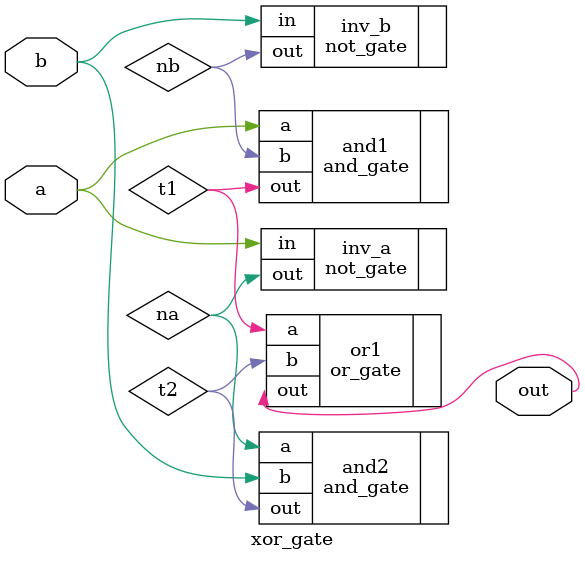
<source format=v>
`timescale 1ns / 1ps

module xor_gate (
    input  wire a,
    input  wire b,
    output wire out
);
    // NOT des deux entrées
    wire na, nb;
    not_gate inv_a (.in(a), .out(na));
    not_gate inv_b (.in(b), .out(nb));

    // Termes (A & ¬B) et (¬A & B)
    wire t1, t2;
    and_gate and1 (.a(a),  .b(nb), .out(t1));
    and_gate and2 (.a(na), .b(b),  .out(t2));

    // XOR = (A & ¬B) OR (¬A & B)
    or_gate or1 (.a(t1), .b(t2), .out(out));
endmodule

</source>
